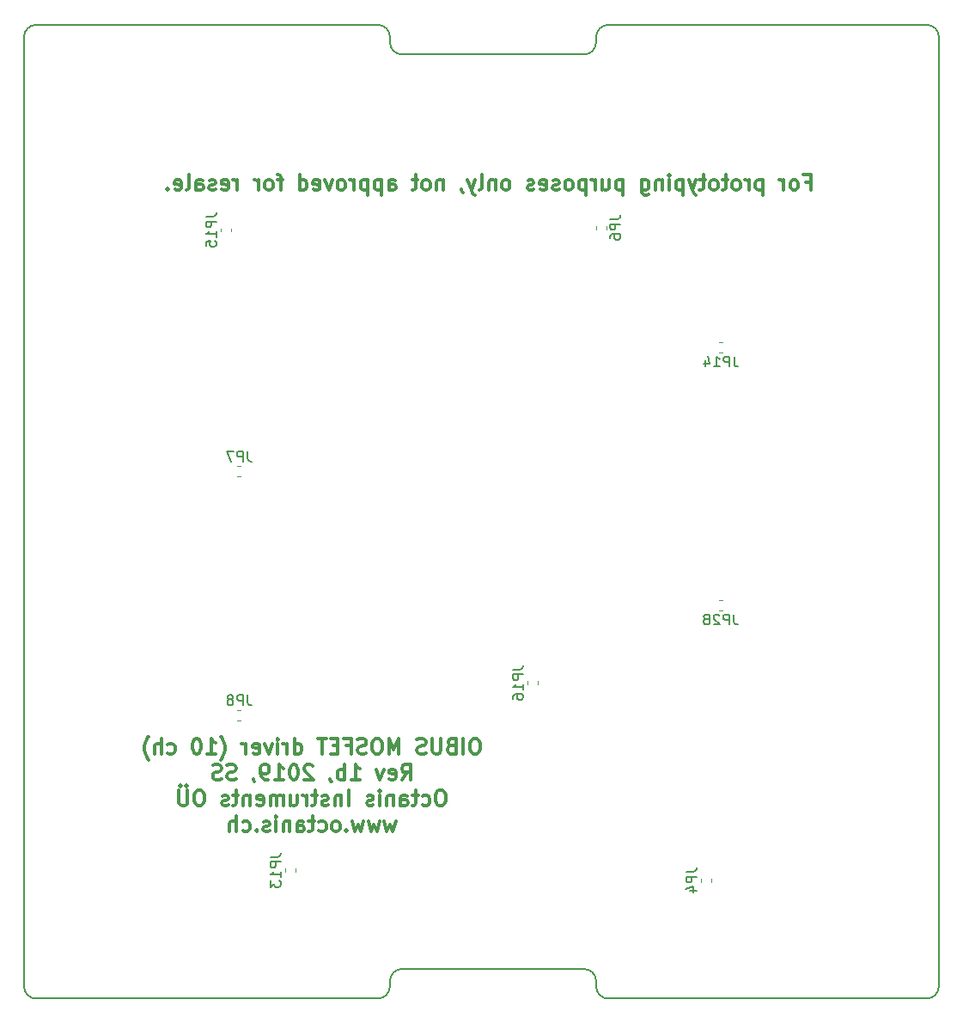
<source format=gbr>
%TF.GenerationSoftware,KiCad,Pcbnew,(5.0.1-3-g963ef8bb5)*%
%TF.CreationDate,2019-04-30T16:07:28+02:00*%
%TF.ProjectId,OIBUS_MOSFET_driver_module,4F494255535F4D4F534645545F647269,rev?*%
%TF.SameCoordinates,Original*%
%TF.FileFunction,Legend,Bot*%
%TF.FilePolarity,Positive*%
%FSLAX46Y46*%
G04 Gerber Fmt 4.6, Leading zero omitted, Abs format (unit mm)*
G04 Created by KiCad (PCBNEW (5.0.1-3-g963ef8bb5)) date 2019 April 30, Tuesday 16:07:28*
%MOMM*%
%LPD*%
G01*
G04 APERTURE LIST*
%ADD10C,0.300000*%
%ADD11C,0.200000*%
%ADD12C,0.120000*%
%ADD13C,0.150000*%
G04 APERTURE END LIST*
D10*
X125412571Y-58541457D02*
X125912571Y-58541457D01*
X125912571Y-59327171D02*
X125912571Y-57827171D01*
X125198285Y-57827171D01*
X124412571Y-59327171D02*
X124555428Y-59255742D01*
X124626857Y-59184314D01*
X124698285Y-59041457D01*
X124698285Y-58612885D01*
X124626857Y-58470028D01*
X124555428Y-58398600D01*
X124412571Y-58327171D01*
X124198285Y-58327171D01*
X124055428Y-58398600D01*
X123984000Y-58470028D01*
X123912571Y-58612885D01*
X123912571Y-59041457D01*
X123984000Y-59184314D01*
X124055428Y-59255742D01*
X124198285Y-59327171D01*
X124412571Y-59327171D01*
X123269714Y-59327171D02*
X123269714Y-58327171D01*
X123269714Y-58612885D02*
X123198285Y-58470028D01*
X123126857Y-58398600D01*
X122984000Y-58327171D01*
X122841142Y-58327171D01*
X121198285Y-58327171D02*
X121198285Y-59827171D01*
X121198285Y-58398600D02*
X121055428Y-58327171D01*
X120769714Y-58327171D01*
X120626857Y-58398600D01*
X120555428Y-58470028D01*
X120484000Y-58612885D01*
X120484000Y-59041457D01*
X120555428Y-59184314D01*
X120626857Y-59255742D01*
X120769714Y-59327171D01*
X121055428Y-59327171D01*
X121198285Y-59255742D01*
X119841142Y-59327171D02*
X119841142Y-58327171D01*
X119841142Y-58612885D02*
X119769714Y-58470028D01*
X119698285Y-58398600D01*
X119555428Y-58327171D01*
X119412571Y-58327171D01*
X118698285Y-59327171D02*
X118841142Y-59255742D01*
X118912571Y-59184314D01*
X118984000Y-59041457D01*
X118984000Y-58612885D01*
X118912571Y-58470028D01*
X118841142Y-58398600D01*
X118698285Y-58327171D01*
X118484000Y-58327171D01*
X118341142Y-58398600D01*
X118269714Y-58470028D01*
X118198285Y-58612885D01*
X118198285Y-59041457D01*
X118269714Y-59184314D01*
X118341142Y-59255742D01*
X118484000Y-59327171D01*
X118698285Y-59327171D01*
X117769714Y-58327171D02*
X117198285Y-58327171D01*
X117555428Y-57827171D02*
X117555428Y-59112885D01*
X117484000Y-59255742D01*
X117341142Y-59327171D01*
X117198285Y-59327171D01*
X116484000Y-59327171D02*
X116626857Y-59255742D01*
X116698285Y-59184314D01*
X116769714Y-59041457D01*
X116769714Y-58612885D01*
X116698285Y-58470028D01*
X116626857Y-58398600D01*
X116484000Y-58327171D01*
X116269714Y-58327171D01*
X116126857Y-58398600D01*
X116055428Y-58470028D01*
X115984000Y-58612885D01*
X115984000Y-59041457D01*
X116055428Y-59184314D01*
X116126857Y-59255742D01*
X116269714Y-59327171D01*
X116484000Y-59327171D01*
X115555428Y-58327171D02*
X114984000Y-58327171D01*
X115341142Y-57827171D02*
X115341142Y-59112885D01*
X115269714Y-59255742D01*
X115126857Y-59327171D01*
X114984000Y-59327171D01*
X114626857Y-58327171D02*
X114269714Y-59327171D01*
X113912571Y-58327171D02*
X114269714Y-59327171D01*
X114412571Y-59684314D01*
X114484000Y-59755742D01*
X114626857Y-59827171D01*
X113341142Y-58327171D02*
X113341142Y-59827171D01*
X113341142Y-58398600D02*
X113198285Y-58327171D01*
X112912571Y-58327171D01*
X112769714Y-58398600D01*
X112698285Y-58470028D01*
X112626857Y-58612885D01*
X112626857Y-59041457D01*
X112698285Y-59184314D01*
X112769714Y-59255742D01*
X112912571Y-59327171D01*
X113198285Y-59327171D01*
X113341142Y-59255742D01*
X111984000Y-59327171D02*
X111984000Y-58327171D01*
X111984000Y-57827171D02*
X112055428Y-57898600D01*
X111984000Y-57970028D01*
X111912571Y-57898600D01*
X111984000Y-57827171D01*
X111984000Y-57970028D01*
X111269714Y-58327171D02*
X111269714Y-59327171D01*
X111269714Y-58470028D02*
X111198285Y-58398600D01*
X111055428Y-58327171D01*
X110841142Y-58327171D01*
X110698285Y-58398600D01*
X110626857Y-58541457D01*
X110626857Y-59327171D01*
X109269714Y-58327171D02*
X109269714Y-59541457D01*
X109341142Y-59684314D01*
X109412571Y-59755742D01*
X109555428Y-59827171D01*
X109769714Y-59827171D01*
X109912571Y-59755742D01*
X109269714Y-59255742D02*
X109412571Y-59327171D01*
X109698285Y-59327171D01*
X109841142Y-59255742D01*
X109912571Y-59184314D01*
X109984000Y-59041457D01*
X109984000Y-58612885D01*
X109912571Y-58470028D01*
X109841142Y-58398600D01*
X109698285Y-58327171D01*
X109412571Y-58327171D01*
X109269714Y-58398600D01*
X107412571Y-58327171D02*
X107412571Y-59827171D01*
X107412571Y-58398600D02*
X107269714Y-58327171D01*
X106984000Y-58327171D01*
X106841142Y-58398600D01*
X106769714Y-58470028D01*
X106698285Y-58612885D01*
X106698285Y-59041457D01*
X106769714Y-59184314D01*
X106841142Y-59255742D01*
X106984000Y-59327171D01*
X107269714Y-59327171D01*
X107412571Y-59255742D01*
X105412571Y-58327171D02*
X105412571Y-59327171D01*
X106055428Y-58327171D02*
X106055428Y-59112885D01*
X105984000Y-59255742D01*
X105841142Y-59327171D01*
X105626857Y-59327171D01*
X105484000Y-59255742D01*
X105412571Y-59184314D01*
X104698285Y-59327171D02*
X104698285Y-58327171D01*
X104698285Y-58612885D02*
X104626857Y-58470028D01*
X104555428Y-58398600D01*
X104412571Y-58327171D01*
X104269714Y-58327171D01*
X103769714Y-58327171D02*
X103769714Y-59827171D01*
X103769714Y-58398600D02*
X103626857Y-58327171D01*
X103341142Y-58327171D01*
X103198285Y-58398600D01*
X103126857Y-58470028D01*
X103055428Y-58612885D01*
X103055428Y-59041457D01*
X103126857Y-59184314D01*
X103198285Y-59255742D01*
X103341142Y-59327171D01*
X103626857Y-59327171D01*
X103769714Y-59255742D01*
X102198285Y-59327171D02*
X102341142Y-59255742D01*
X102412571Y-59184314D01*
X102484000Y-59041457D01*
X102484000Y-58612885D01*
X102412571Y-58470028D01*
X102341142Y-58398600D01*
X102198285Y-58327171D01*
X101984000Y-58327171D01*
X101841142Y-58398600D01*
X101769714Y-58470028D01*
X101698285Y-58612885D01*
X101698285Y-59041457D01*
X101769714Y-59184314D01*
X101841142Y-59255742D01*
X101984000Y-59327171D01*
X102198285Y-59327171D01*
X101126857Y-59255742D02*
X100984000Y-59327171D01*
X100698285Y-59327171D01*
X100555428Y-59255742D01*
X100484000Y-59112885D01*
X100484000Y-59041457D01*
X100555428Y-58898600D01*
X100698285Y-58827171D01*
X100912571Y-58827171D01*
X101055428Y-58755742D01*
X101126857Y-58612885D01*
X101126857Y-58541457D01*
X101055428Y-58398600D01*
X100912571Y-58327171D01*
X100698285Y-58327171D01*
X100555428Y-58398600D01*
X99269714Y-59255742D02*
X99412571Y-59327171D01*
X99698285Y-59327171D01*
X99841142Y-59255742D01*
X99912571Y-59112885D01*
X99912571Y-58541457D01*
X99841142Y-58398600D01*
X99698285Y-58327171D01*
X99412571Y-58327171D01*
X99269714Y-58398600D01*
X99198285Y-58541457D01*
X99198285Y-58684314D01*
X99912571Y-58827171D01*
X98626857Y-59255742D02*
X98484000Y-59327171D01*
X98198285Y-59327171D01*
X98055428Y-59255742D01*
X97984000Y-59112885D01*
X97984000Y-59041457D01*
X98055428Y-58898600D01*
X98198285Y-58827171D01*
X98412571Y-58827171D01*
X98555428Y-58755742D01*
X98626857Y-58612885D01*
X98626857Y-58541457D01*
X98555428Y-58398600D01*
X98412571Y-58327171D01*
X98198285Y-58327171D01*
X98055428Y-58398600D01*
X95983999Y-59327171D02*
X96126857Y-59255742D01*
X96198285Y-59184314D01*
X96269714Y-59041457D01*
X96269714Y-58612885D01*
X96198285Y-58470028D01*
X96126857Y-58398600D01*
X95983999Y-58327171D01*
X95769714Y-58327171D01*
X95626857Y-58398600D01*
X95555428Y-58470028D01*
X95483999Y-58612885D01*
X95483999Y-59041457D01*
X95555428Y-59184314D01*
X95626857Y-59255742D01*
X95769714Y-59327171D01*
X95983999Y-59327171D01*
X94841142Y-58327171D02*
X94841142Y-59327171D01*
X94841142Y-58470028D02*
X94769714Y-58398600D01*
X94626857Y-58327171D01*
X94412571Y-58327171D01*
X94269714Y-58398600D01*
X94198285Y-58541457D01*
X94198285Y-59327171D01*
X93269714Y-59327171D02*
X93412571Y-59255742D01*
X93483999Y-59112885D01*
X93483999Y-57827171D01*
X92841142Y-58327171D02*
X92483999Y-59327171D01*
X92126857Y-58327171D02*
X92483999Y-59327171D01*
X92626857Y-59684314D01*
X92698285Y-59755742D01*
X92841142Y-59827171D01*
X91483999Y-59255742D02*
X91483999Y-59327171D01*
X91555428Y-59470028D01*
X91626857Y-59541457D01*
X89698285Y-58327171D02*
X89698285Y-59327171D01*
X89698285Y-58470028D02*
X89626857Y-58398600D01*
X89483999Y-58327171D01*
X89269714Y-58327171D01*
X89126857Y-58398600D01*
X89055428Y-58541457D01*
X89055428Y-59327171D01*
X88126857Y-59327171D02*
X88269714Y-59255742D01*
X88341142Y-59184314D01*
X88412571Y-59041457D01*
X88412571Y-58612885D01*
X88341142Y-58470028D01*
X88269714Y-58398600D01*
X88126857Y-58327171D01*
X87912571Y-58327171D01*
X87769714Y-58398600D01*
X87698285Y-58470028D01*
X87626857Y-58612885D01*
X87626857Y-59041457D01*
X87698285Y-59184314D01*
X87769714Y-59255742D01*
X87912571Y-59327171D01*
X88126857Y-59327171D01*
X87198285Y-58327171D02*
X86626857Y-58327171D01*
X86983999Y-57827171D02*
X86983999Y-59112885D01*
X86912571Y-59255742D01*
X86769714Y-59327171D01*
X86626857Y-59327171D01*
X84341142Y-59327171D02*
X84341142Y-58541457D01*
X84412571Y-58398600D01*
X84555428Y-58327171D01*
X84841142Y-58327171D01*
X84983999Y-58398600D01*
X84341142Y-59255742D02*
X84483999Y-59327171D01*
X84841142Y-59327171D01*
X84983999Y-59255742D01*
X85055428Y-59112885D01*
X85055428Y-58970028D01*
X84983999Y-58827171D01*
X84841142Y-58755742D01*
X84483999Y-58755742D01*
X84341142Y-58684314D01*
X83626857Y-58327171D02*
X83626857Y-59827171D01*
X83626857Y-58398600D02*
X83483999Y-58327171D01*
X83198285Y-58327171D01*
X83055428Y-58398600D01*
X82983999Y-58470028D01*
X82912571Y-58612885D01*
X82912571Y-59041457D01*
X82983999Y-59184314D01*
X83055428Y-59255742D01*
X83198285Y-59327171D01*
X83483999Y-59327171D01*
X83626857Y-59255742D01*
X82269714Y-58327171D02*
X82269714Y-59827171D01*
X82269714Y-58398600D02*
X82126857Y-58327171D01*
X81841142Y-58327171D01*
X81698285Y-58398600D01*
X81626857Y-58470028D01*
X81555428Y-58612885D01*
X81555428Y-59041457D01*
X81626857Y-59184314D01*
X81698285Y-59255742D01*
X81841142Y-59327171D01*
X82126857Y-59327171D01*
X82269714Y-59255742D01*
X80912571Y-59327171D02*
X80912571Y-58327171D01*
X80912571Y-58612885D02*
X80841142Y-58470028D01*
X80769714Y-58398600D01*
X80626857Y-58327171D01*
X80483999Y-58327171D01*
X79769714Y-59327171D02*
X79912571Y-59255742D01*
X79983999Y-59184314D01*
X80055428Y-59041457D01*
X80055428Y-58612885D01*
X79983999Y-58470028D01*
X79912571Y-58398600D01*
X79769714Y-58327171D01*
X79555428Y-58327171D01*
X79412571Y-58398600D01*
X79341142Y-58470028D01*
X79269714Y-58612885D01*
X79269714Y-59041457D01*
X79341142Y-59184314D01*
X79412571Y-59255742D01*
X79555428Y-59327171D01*
X79769714Y-59327171D01*
X78769714Y-58327171D02*
X78412571Y-59327171D01*
X78055428Y-58327171D01*
X76912571Y-59255742D02*
X77055428Y-59327171D01*
X77341142Y-59327171D01*
X77483999Y-59255742D01*
X77555428Y-59112885D01*
X77555428Y-58541457D01*
X77483999Y-58398600D01*
X77341142Y-58327171D01*
X77055428Y-58327171D01*
X76912571Y-58398600D01*
X76841142Y-58541457D01*
X76841142Y-58684314D01*
X77555428Y-58827171D01*
X75555428Y-59327171D02*
X75555428Y-57827171D01*
X75555428Y-59255742D02*
X75698285Y-59327171D01*
X75983999Y-59327171D01*
X76126857Y-59255742D01*
X76198285Y-59184314D01*
X76269714Y-59041457D01*
X76269714Y-58612885D01*
X76198285Y-58470028D01*
X76126857Y-58398600D01*
X75983999Y-58327171D01*
X75698285Y-58327171D01*
X75555428Y-58398600D01*
X73912571Y-58327171D02*
X73341142Y-58327171D01*
X73698285Y-59327171D02*
X73698285Y-58041457D01*
X73626857Y-57898600D01*
X73483999Y-57827171D01*
X73341142Y-57827171D01*
X72626857Y-59327171D02*
X72769714Y-59255742D01*
X72841142Y-59184314D01*
X72912571Y-59041457D01*
X72912571Y-58612885D01*
X72841142Y-58470028D01*
X72769714Y-58398600D01*
X72626857Y-58327171D01*
X72412571Y-58327171D01*
X72269714Y-58398600D01*
X72198285Y-58470028D01*
X72126857Y-58612885D01*
X72126857Y-59041457D01*
X72198285Y-59184314D01*
X72269714Y-59255742D01*
X72412571Y-59327171D01*
X72626857Y-59327171D01*
X71483999Y-59327171D02*
X71483999Y-58327171D01*
X71483999Y-58612885D02*
X71412571Y-58470028D01*
X71341142Y-58398600D01*
X71198285Y-58327171D01*
X71055428Y-58327171D01*
X69412571Y-59327171D02*
X69412571Y-58327171D01*
X69412571Y-58612885D02*
X69341142Y-58470028D01*
X69269714Y-58398600D01*
X69126857Y-58327171D01*
X68983999Y-58327171D01*
X67912571Y-59255742D02*
X68055428Y-59327171D01*
X68341142Y-59327171D01*
X68483999Y-59255742D01*
X68555428Y-59112885D01*
X68555428Y-58541457D01*
X68483999Y-58398600D01*
X68341142Y-58327171D01*
X68055428Y-58327171D01*
X67912571Y-58398600D01*
X67841142Y-58541457D01*
X67841142Y-58684314D01*
X68555428Y-58827171D01*
X67269714Y-59255742D02*
X67126857Y-59327171D01*
X66841142Y-59327171D01*
X66698285Y-59255742D01*
X66626857Y-59112885D01*
X66626857Y-59041457D01*
X66698285Y-58898600D01*
X66841142Y-58827171D01*
X67055428Y-58827171D01*
X67198285Y-58755742D01*
X67269714Y-58612885D01*
X67269714Y-58541457D01*
X67198285Y-58398600D01*
X67055428Y-58327171D01*
X66841142Y-58327171D01*
X66698285Y-58398600D01*
X65341142Y-59327171D02*
X65341142Y-58541457D01*
X65412571Y-58398600D01*
X65555428Y-58327171D01*
X65841142Y-58327171D01*
X65983999Y-58398600D01*
X65341142Y-59255742D02*
X65483999Y-59327171D01*
X65841142Y-59327171D01*
X65983999Y-59255742D01*
X66055428Y-59112885D01*
X66055428Y-58970028D01*
X65983999Y-58827171D01*
X65841142Y-58755742D01*
X65483999Y-58755742D01*
X65341142Y-58684314D01*
X64412571Y-59327171D02*
X64555428Y-59255742D01*
X64626857Y-59112885D01*
X64626857Y-57827171D01*
X63269714Y-59255742D02*
X63412571Y-59327171D01*
X63698285Y-59327171D01*
X63841142Y-59255742D01*
X63912571Y-59112885D01*
X63912571Y-58541457D01*
X63841142Y-58398600D01*
X63698285Y-58327171D01*
X63412571Y-58327171D01*
X63269714Y-58398600D01*
X63198285Y-58541457D01*
X63198285Y-58684314D01*
X63912571Y-58827171D01*
X62555428Y-59184314D02*
X62483999Y-59255742D01*
X62555428Y-59327171D01*
X62626857Y-59255742D01*
X62555428Y-59184314D01*
X62555428Y-59327171D01*
X92985785Y-113336571D02*
X92700071Y-113336571D01*
X92557214Y-113408000D01*
X92414357Y-113550857D01*
X92342928Y-113836571D01*
X92342928Y-114336571D01*
X92414357Y-114622285D01*
X92557214Y-114765142D01*
X92700071Y-114836571D01*
X92985785Y-114836571D01*
X93128642Y-114765142D01*
X93271500Y-114622285D01*
X93342928Y-114336571D01*
X93342928Y-113836571D01*
X93271500Y-113550857D01*
X93128642Y-113408000D01*
X92985785Y-113336571D01*
X91700071Y-114836571D02*
X91700071Y-113336571D01*
X90485785Y-114050857D02*
X90271500Y-114122285D01*
X90200071Y-114193714D01*
X90128642Y-114336571D01*
X90128642Y-114550857D01*
X90200071Y-114693714D01*
X90271500Y-114765142D01*
X90414357Y-114836571D01*
X90985785Y-114836571D01*
X90985785Y-113336571D01*
X90485785Y-113336571D01*
X90342928Y-113408000D01*
X90271500Y-113479428D01*
X90200071Y-113622285D01*
X90200071Y-113765142D01*
X90271500Y-113908000D01*
X90342928Y-113979428D01*
X90485785Y-114050857D01*
X90985785Y-114050857D01*
X89485785Y-113336571D02*
X89485785Y-114550857D01*
X89414357Y-114693714D01*
X89342928Y-114765142D01*
X89200071Y-114836571D01*
X88914357Y-114836571D01*
X88771500Y-114765142D01*
X88700071Y-114693714D01*
X88628642Y-114550857D01*
X88628642Y-113336571D01*
X87985785Y-114765142D02*
X87771500Y-114836571D01*
X87414357Y-114836571D01*
X87271500Y-114765142D01*
X87200071Y-114693714D01*
X87128642Y-114550857D01*
X87128642Y-114408000D01*
X87200071Y-114265142D01*
X87271500Y-114193714D01*
X87414357Y-114122285D01*
X87700071Y-114050857D01*
X87842928Y-113979428D01*
X87914357Y-113908000D01*
X87985785Y-113765142D01*
X87985785Y-113622285D01*
X87914357Y-113479428D01*
X87842928Y-113408000D01*
X87700071Y-113336571D01*
X87342928Y-113336571D01*
X87128642Y-113408000D01*
X85342928Y-114836571D02*
X85342928Y-113336571D01*
X84842928Y-114408000D01*
X84342928Y-113336571D01*
X84342928Y-114836571D01*
X83342928Y-113336571D02*
X83057214Y-113336571D01*
X82914357Y-113408000D01*
X82771500Y-113550857D01*
X82700071Y-113836571D01*
X82700071Y-114336571D01*
X82771500Y-114622285D01*
X82914357Y-114765142D01*
X83057214Y-114836571D01*
X83342928Y-114836571D01*
X83485785Y-114765142D01*
X83628642Y-114622285D01*
X83700071Y-114336571D01*
X83700071Y-113836571D01*
X83628642Y-113550857D01*
X83485785Y-113408000D01*
X83342928Y-113336571D01*
X82128642Y-114765142D02*
X81914357Y-114836571D01*
X81557214Y-114836571D01*
X81414357Y-114765142D01*
X81342928Y-114693714D01*
X81271500Y-114550857D01*
X81271500Y-114408000D01*
X81342928Y-114265142D01*
X81414357Y-114193714D01*
X81557214Y-114122285D01*
X81842928Y-114050857D01*
X81985785Y-113979428D01*
X82057214Y-113908000D01*
X82128642Y-113765142D01*
X82128642Y-113622285D01*
X82057214Y-113479428D01*
X81985785Y-113408000D01*
X81842928Y-113336571D01*
X81485785Y-113336571D01*
X81271500Y-113408000D01*
X80128642Y-114050857D02*
X80628642Y-114050857D01*
X80628642Y-114836571D02*
X80628642Y-113336571D01*
X79914357Y-113336571D01*
X79342928Y-114050857D02*
X78842928Y-114050857D01*
X78628642Y-114836571D02*
X79342928Y-114836571D01*
X79342928Y-113336571D01*
X78628642Y-113336571D01*
X78200071Y-113336571D02*
X77342928Y-113336571D01*
X77771500Y-114836571D02*
X77771500Y-113336571D01*
X75057214Y-114836571D02*
X75057214Y-113336571D01*
X75057214Y-114765142D02*
X75200071Y-114836571D01*
X75485785Y-114836571D01*
X75628642Y-114765142D01*
X75700071Y-114693714D01*
X75771500Y-114550857D01*
X75771500Y-114122285D01*
X75700071Y-113979428D01*
X75628642Y-113908000D01*
X75485785Y-113836571D01*
X75200071Y-113836571D01*
X75057214Y-113908000D01*
X74342928Y-114836571D02*
X74342928Y-113836571D01*
X74342928Y-114122285D02*
X74271500Y-113979428D01*
X74200071Y-113908000D01*
X74057214Y-113836571D01*
X73914357Y-113836571D01*
X73414357Y-114836571D02*
X73414357Y-113836571D01*
X73414357Y-113336571D02*
X73485785Y-113408000D01*
X73414357Y-113479428D01*
X73342928Y-113408000D01*
X73414357Y-113336571D01*
X73414357Y-113479428D01*
X72842928Y-113836571D02*
X72485785Y-114836571D01*
X72128642Y-113836571D01*
X70985785Y-114765142D02*
X71128642Y-114836571D01*
X71414357Y-114836571D01*
X71557214Y-114765142D01*
X71628642Y-114622285D01*
X71628642Y-114050857D01*
X71557214Y-113908000D01*
X71414357Y-113836571D01*
X71128642Y-113836571D01*
X70985785Y-113908000D01*
X70914357Y-114050857D01*
X70914357Y-114193714D01*
X71628642Y-114336571D01*
X70271500Y-114836571D02*
X70271500Y-113836571D01*
X70271500Y-114122285D02*
X70200071Y-113979428D01*
X70128642Y-113908000D01*
X69985785Y-113836571D01*
X69842928Y-113836571D01*
X67771500Y-115408000D02*
X67842928Y-115336571D01*
X67985785Y-115122285D01*
X68057214Y-114979428D01*
X68128642Y-114765142D01*
X68200071Y-114408000D01*
X68200071Y-114122285D01*
X68128642Y-113765142D01*
X68057214Y-113550857D01*
X67985785Y-113408000D01*
X67842928Y-113193714D01*
X67771500Y-113122285D01*
X66414357Y-114836571D02*
X67271500Y-114836571D01*
X66842928Y-114836571D02*
X66842928Y-113336571D01*
X66985785Y-113550857D01*
X67128642Y-113693714D01*
X67271500Y-113765142D01*
X65485785Y-113336571D02*
X65342928Y-113336571D01*
X65200071Y-113408000D01*
X65128642Y-113479428D01*
X65057214Y-113622285D01*
X64985785Y-113908000D01*
X64985785Y-114265142D01*
X65057214Y-114550857D01*
X65128642Y-114693714D01*
X65200071Y-114765142D01*
X65342928Y-114836571D01*
X65485785Y-114836571D01*
X65628642Y-114765142D01*
X65700071Y-114693714D01*
X65771500Y-114550857D01*
X65842928Y-114265142D01*
X65842928Y-113908000D01*
X65771500Y-113622285D01*
X65700071Y-113479428D01*
X65628642Y-113408000D01*
X65485785Y-113336571D01*
X62557214Y-114765142D02*
X62700071Y-114836571D01*
X62985785Y-114836571D01*
X63128642Y-114765142D01*
X63200071Y-114693714D01*
X63271500Y-114550857D01*
X63271500Y-114122285D01*
X63200071Y-113979428D01*
X63128642Y-113908000D01*
X62985785Y-113836571D01*
X62700071Y-113836571D01*
X62557214Y-113908000D01*
X61914357Y-114836571D02*
X61914357Y-113336571D01*
X61271500Y-114836571D02*
X61271500Y-114050857D01*
X61342928Y-113908000D01*
X61485785Y-113836571D01*
X61700071Y-113836571D01*
X61842928Y-113908000D01*
X61914357Y-113979428D01*
X60700071Y-115408000D02*
X60628642Y-115336571D01*
X60485785Y-115122285D01*
X60414357Y-114979428D01*
X60342928Y-114765142D01*
X60271500Y-114408000D01*
X60271500Y-114122285D01*
X60342928Y-113765142D01*
X60414357Y-113550857D01*
X60485785Y-113408000D01*
X60628642Y-113193714D01*
X60700071Y-113122285D01*
X85628642Y-117386571D02*
X86128642Y-116672285D01*
X86485785Y-117386571D02*
X86485785Y-115886571D01*
X85914357Y-115886571D01*
X85771500Y-115958000D01*
X85700071Y-116029428D01*
X85628642Y-116172285D01*
X85628642Y-116386571D01*
X85700071Y-116529428D01*
X85771500Y-116600857D01*
X85914357Y-116672285D01*
X86485785Y-116672285D01*
X84414357Y-117315142D02*
X84557214Y-117386571D01*
X84842928Y-117386571D01*
X84985785Y-117315142D01*
X85057214Y-117172285D01*
X85057214Y-116600857D01*
X84985785Y-116458000D01*
X84842928Y-116386571D01*
X84557214Y-116386571D01*
X84414357Y-116458000D01*
X84342928Y-116600857D01*
X84342928Y-116743714D01*
X85057214Y-116886571D01*
X83842928Y-116386571D02*
X83485785Y-117386571D01*
X83128642Y-116386571D01*
X80628642Y-117386571D02*
X81485785Y-117386571D01*
X81057214Y-117386571D02*
X81057214Y-115886571D01*
X81200071Y-116100857D01*
X81342928Y-116243714D01*
X81485785Y-116315142D01*
X79985785Y-117386571D02*
X79985785Y-115886571D01*
X79985785Y-116458000D02*
X79842928Y-116386571D01*
X79557214Y-116386571D01*
X79414357Y-116458000D01*
X79342928Y-116529428D01*
X79271500Y-116672285D01*
X79271500Y-117100857D01*
X79342928Y-117243714D01*
X79414357Y-117315142D01*
X79557214Y-117386571D01*
X79842928Y-117386571D01*
X79985785Y-117315142D01*
X78557214Y-117315142D02*
X78557214Y-117386571D01*
X78628642Y-117529428D01*
X78700071Y-117600857D01*
X76842928Y-116029428D02*
X76771500Y-115958000D01*
X76628642Y-115886571D01*
X76271500Y-115886571D01*
X76128642Y-115958000D01*
X76057214Y-116029428D01*
X75985785Y-116172285D01*
X75985785Y-116315142D01*
X76057214Y-116529428D01*
X76914357Y-117386571D01*
X75985785Y-117386571D01*
X75057214Y-115886571D02*
X74914357Y-115886571D01*
X74771500Y-115958000D01*
X74700071Y-116029428D01*
X74628642Y-116172285D01*
X74557214Y-116458000D01*
X74557214Y-116815142D01*
X74628642Y-117100857D01*
X74700071Y-117243714D01*
X74771500Y-117315142D01*
X74914357Y-117386571D01*
X75057214Y-117386571D01*
X75200071Y-117315142D01*
X75271500Y-117243714D01*
X75342928Y-117100857D01*
X75414357Y-116815142D01*
X75414357Y-116458000D01*
X75342928Y-116172285D01*
X75271500Y-116029428D01*
X75200071Y-115958000D01*
X75057214Y-115886571D01*
X73128642Y-117386571D02*
X73985785Y-117386571D01*
X73557214Y-117386571D02*
X73557214Y-115886571D01*
X73700071Y-116100857D01*
X73842928Y-116243714D01*
X73985785Y-116315142D01*
X72414357Y-117386571D02*
X72128642Y-117386571D01*
X71985785Y-117315142D01*
X71914357Y-117243714D01*
X71771500Y-117029428D01*
X71700071Y-116743714D01*
X71700071Y-116172285D01*
X71771500Y-116029428D01*
X71842928Y-115958000D01*
X71985785Y-115886571D01*
X72271500Y-115886571D01*
X72414357Y-115958000D01*
X72485785Y-116029428D01*
X72557214Y-116172285D01*
X72557214Y-116529428D01*
X72485785Y-116672285D01*
X72414357Y-116743714D01*
X72271500Y-116815142D01*
X71985785Y-116815142D01*
X71842928Y-116743714D01*
X71771500Y-116672285D01*
X71700071Y-116529428D01*
X70985785Y-117315142D02*
X70985785Y-117386571D01*
X71057214Y-117529428D01*
X71128642Y-117600857D01*
X69271500Y-117315142D02*
X69057214Y-117386571D01*
X68700071Y-117386571D01*
X68557214Y-117315142D01*
X68485785Y-117243714D01*
X68414357Y-117100857D01*
X68414357Y-116958000D01*
X68485785Y-116815142D01*
X68557214Y-116743714D01*
X68700071Y-116672285D01*
X68985785Y-116600857D01*
X69128642Y-116529428D01*
X69200071Y-116458000D01*
X69271500Y-116315142D01*
X69271500Y-116172285D01*
X69200071Y-116029428D01*
X69128642Y-115958000D01*
X68985785Y-115886571D01*
X68628642Y-115886571D01*
X68414357Y-115958000D01*
X67842928Y-117315142D02*
X67628642Y-117386571D01*
X67271500Y-117386571D01*
X67128642Y-117315142D01*
X67057214Y-117243714D01*
X66985785Y-117100857D01*
X66985785Y-116958000D01*
X67057214Y-116815142D01*
X67128642Y-116743714D01*
X67271500Y-116672285D01*
X67557214Y-116600857D01*
X67700071Y-116529428D01*
X67771500Y-116458000D01*
X67842928Y-116315142D01*
X67842928Y-116172285D01*
X67771500Y-116029428D01*
X67700071Y-115958000D01*
X67557214Y-115886571D01*
X67200071Y-115886571D01*
X66985785Y-115958000D01*
X89592928Y-118436571D02*
X89307214Y-118436571D01*
X89164357Y-118508000D01*
X89021500Y-118650857D01*
X88950071Y-118936571D01*
X88950071Y-119436571D01*
X89021500Y-119722285D01*
X89164357Y-119865142D01*
X89307214Y-119936571D01*
X89592928Y-119936571D01*
X89735785Y-119865142D01*
X89878642Y-119722285D01*
X89950071Y-119436571D01*
X89950071Y-118936571D01*
X89878642Y-118650857D01*
X89735785Y-118508000D01*
X89592928Y-118436571D01*
X87664357Y-119865142D02*
X87807214Y-119936571D01*
X88092928Y-119936571D01*
X88235785Y-119865142D01*
X88307214Y-119793714D01*
X88378642Y-119650857D01*
X88378642Y-119222285D01*
X88307214Y-119079428D01*
X88235785Y-119008000D01*
X88092928Y-118936571D01*
X87807214Y-118936571D01*
X87664357Y-119008000D01*
X87235785Y-118936571D02*
X86664357Y-118936571D01*
X87021500Y-118436571D02*
X87021500Y-119722285D01*
X86950071Y-119865142D01*
X86807214Y-119936571D01*
X86664357Y-119936571D01*
X85521500Y-119936571D02*
X85521500Y-119150857D01*
X85592928Y-119008000D01*
X85735785Y-118936571D01*
X86021500Y-118936571D01*
X86164357Y-119008000D01*
X85521500Y-119865142D02*
X85664357Y-119936571D01*
X86021500Y-119936571D01*
X86164357Y-119865142D01*
X86235785Y-119722285D01*
X86235785Y-119579428D01*
X86164357Y-119436571D01*
X86021500Y-119365142D01*
X85664357Y-119365142D01*
X85521500Y-119293714D01*
X84807214Y-118936571D02*
X84807214Y-119936571D01*
X84807214Y-119079428D02*
X84735785Y-119008000D01*
X84592928Y-118936571D01*
X84378642Y-118936571D01*
X84235785Y-119008000D01*
X84164357Y-119150857D01*
X84164357Y-119936571D01*
X83450071Y-119936571D02*
X83450071Y-118936571D01*
X83450071Y-118436571D02*
X83521500Y-118508000D01*
X83450071Y-118579428D01*
X83378642Y-118508000D01*
X83450071Y-118436571D01*
X83450071Y-118579428D01*
X82807214Y-119865142D02*
X82664357Y-119936571D01*
X82378642Y-119936571D01*
X82235785Y-119865142D01*
X82164357Y-119722285D01*
X82164357Y-119650857D01*
X82235785Y-119508000D01*
X82378642Y-119436571D01*
X82592928Y-119436571D01*
X82735785Y-119365142D01*
X82807214Y-119222285D01*
X82807214Y-119150857D01*
X82735785Y-119008000D01*
X82592928Y-118936571D01*
X82378642Y-118936571D01*
X82235785Y-119008000D01*
X80378642Y-119936571D02*
X80378642Y-118436571D01*
X79664357Y-118936571D02*
X79664357Y-119936571D01*
X79664357Y-119079428D02*
X79592928Y-119008000D01*
X79450071Y-118936571D01*
X79235785Y-118936571D01*
X79092928Y-119008000D01*
X79021500Y-119150857D01*
X79021500Y-119936571D01*
X78378642Y-119865142D02*
X78235785Y-119936571D01*
X77950071Y-119936571D01*
X77807214Y-119865142D01*
X77735785Y-119722285D01*
X77735785Y-119650857D01*
X77807214Y-119508000D01*
X77950071Y-119436571D01*
X78164357Y-119436571D01*
X78307214Y-119365142D01*
X78378642Y-119222285D01*
X78378642Y-119150857D01*
X78307214Y-119008000D01*
X78164357Y-118936571D01*
X77950071Y-118936571D01*
X77807214Y-119008000D01*
X77307214Y-118936571D02*
X76735785Y-118936571D01*
X77092928Y-118436571D02*
X77092928Y-119722285D01*
X77021500Y-119865142D01*
X76878642Y-119936571D01*
X76735785Y-119936571D01*
X76235785Y-119936571D02*
X76235785Y-118936571D01*
X76235785Y-119222285D02*
X76164357Y-119079428D01*
X76092928Y-119008000D01*
X75950071Y-118936571D01*
X75807214Y-118936571D01*
X74664357Y-118936571D02*
X74664357Y-119936571D01*
X75307214Y-118936571D02*
X75307214Y-119722285D01*
X75235785Y-119865142D01*
X75092928Y-119936571D01*
X74878642Y-119936571D01*
X74735785Y-119865142D01*
X74664357Y-119793714D01*
X73950071Y-119936571D02*
X73950071Y-118936571D01*
X73950071Y-119079428D02*
X73878642Y-119008000D01*
X73735785Y-118936571D01*
X73521500Y-118936571D01*
X73378642Y-119008000D01*
X73307214Y-119150857D01*
X73307214Y-119936571D01*
X73307214Y-119150857D02*
X73235785Y-119008000D01*
X73092928Y-118936571D01*
X72878642Y-118936571D01*
X72735785Y-119008000D01*
X72664357Y-119150857D01*
X72664357Y-119936571D01*
X71378642Y-119865142D02*
X71521500Y-119936571D01*
X71807214Y-119936571D01*
X71950071Y-119865142D01*
X72021500Y-119722285D01*
X72021500Y-119150857D01*
X71950071Y-119008000D01*
X71807214Y-118936571D01*
X71521500Y-118936571D01*
X71378642Y-119008000D01*
X71307214Y-119150857D01*
X71307214Y-119293714D01*
X72021500Y-119436571D01*
X70664357Y-118936571D02*
X70664357Y-119936571D01*
X70664357Y-119079428D02*
X70592928Y-119008000D01*
X70450071Y-118936571D01*
X70235785Y-118936571D01*
X70092928Y-119008000D01*
X70021500Y-119150857D01*
X70021500Y-119936571D01*
X69521500Y-118936571D02*
X68950071Y-118936571D01*
X69307214Y-118436571D02*
X69307214Y-119722285D01*
X69235785Y-119865142D01*
X69092928Y-119936571D01*
X68950071Y-119936571D01*
X68521500Y-119865142D02*
X68378642Y-119936571D01*
X68092928Y-119936571D01*
X67950071Y-119865142D01*
X67878642Y-119722285D01*
X67878642Y-119650857D01*
X67950071Y-119508000D01*
X68092928Y-119436571D01*
X68307214Y-119436571D01*
X68450071Y-119365142D01*
X68521500Y-119222285D01*
X68521500Y-119150857D01*
X68450071Y-119008000D01*
X68307214Y-118936571D01*
X68092928Y-118936571D01*
X67950071Y-119008000D01*
X65807214Y-118436571D02*
X65521500Y-118436571D01*
X65378642Y-118508000D01*
X65235785Y-118650857D01*
X65164357Y-118936571D01*
X65164357Y-119436571D01*
X65235785Y-119722285D01*
X65378642Y-119865142D01*
X65521500Y-119936571D01*
X65807214Y-119936571D01*
X65950071Y-119865142D01*
X66092928Y-119722285D01*
X66164357Y-119436571D01*
X66164357Y-118936571D01*
X66092928Y-118650857D01*
X65950071Y-118508000D01*
X65807214Y-118436571D01*
X64521500Y-118436571D02*
X64521500Y-119650857D01*
X64450071Y-119793714D01*
X64378642Y-119865142D01*
X64235785Y-119936571D01*
X63950071Y-119936571D01*
X63807214Y-119865142D01*
X63735785Y-119793714D01*
X63664357Y-119650857D01*
X63664357Y-118436571D01*
X64378642Y-117936571D02*
X64307214Y-118008000D01*
X64378642Y-118079428D01*
X64450071Y-118008000D01*
X64378642Y-117936571D01*
X64378642Y-118079428D01*
X63807214Y-117936571D02*
X63735785Y-118008000D01*
X63807214Y-118079428D01*
X63878642Y-118008000D01*
X63807214Y-117936571D01*
X63807214Y-118079428D01*
X85021500Y-121486571D02*
X84735785Y-122486571D01*
X84450071Y-121772285D01*
X84164357Y-122486571D01*
X83878642Y-121486571D01*
X83450071Y-121486571D02*
X83164357Y-122486571D01*
X82878642Y-121772285D01*
X82592928Y-122486571D01*
X82307214Y-121486571D01*
X81878642Y-121486571D02*
X81592928Y-122486571D01*
X81307214Y-121772285D01*
X81021500Y-122486571D01*
X80735785Y-121486571D01*
X80164357Y-122343714D02*
X80092928Y-122415142D01*
X80164357Y-122486571D01*
X80235785Y-122415142D01*
X80164357Y-122343714D01*
X80164357Y-122486571D01*
X79235785Y-122486571D02*
X79378642Y-122415142D01*
X79450071Y-122343714D01*
X79521500Y-122200857D01*
X79521500Y-121772285D01*
X79450071Y-121629428D01*
X79378642Y-121558000D01*
X79235785Y-121486571D01*
X79021500Y-121486571D01*
X78878642Y-121558000D01*
X78807214Y-121629428D01*
X78735785Y-121772285D01*
X78735785Y-122200857D01*
X78807214Y-122343714D01*
X78878642Y-122415142D01*
X79021500Y-122486571D01*
X79235785Y-122486571D01*
X77450071Y-122415142D02*
X77592928Y-122486571D01*
X77878642Y-122486571D01*
X78021500Y-122415142D01*
X78092928Y-122343714D01*
X78164357Y-122200857D01*
X78164357Y-121772285D01*
X78092928Y-121629428D01*
X78021500Y-121558000D01*
X77878642Y-121486571D01*
X77592928Y-121486571D01*
X77450071Y-121558000D01*
X77021500Y-121486571D02*
X76450071Y-121486571D01*
X76807214Y-120986571D02*
X76807214Y-122272285D01*
X76735785Y-122415142D01*
X76592928Y-122486571D01*
X76450071Y-122486571D01*
X75307214Y-122486571D02*
X75307214Y-121700857D01*
X75378642Y-121558000D01*
X75521500Y-121486571D01*
X75807214Y-121486571D01*
X75950071Y-121558000D01*
X75307214Y-122415142D02*
X75450071Y-122486571D01*
X75807214Y-122486571D01*
X75950071Y-122415142D01*
X76021500Y-122272285D01*
X76021500Y-122129428D01*
X75950071Y-121986571D01*
X75807214Y-121915142D01*
X75450071Y-121915142D01*
X75307214Y-121843714D01*
X74592928Y-121486571D02*
X74592928Y-122486571D01*
X74592928Y-121629428D02*
X74521500Y-121558000D01*
X74378642Y-121486571D01*
X74164357Y-121486571D01*
X74021500Y-121558000D01*
X73950071Y-121700857D01*
X73950071Y-122486571D01*
X73235785Y-122486571D02*
X73235785Y-121486571D01*
X73235785Y-120986571D02*
X73307214Y-121058000D01*
X73235785Y-121129428D01*
X73164357Y-121058000D01*
X73235785Y-120986571D01*
X73235785Y-121129428D01*
X72592928Y-122415142D02*
X72450071Y-122486571D01*
X72164357Y-122486571D01*
X72021500Y-122415142D01*
X71950071Y-122272285D01*
X71950071Y-122200857D01*
X72021500Y-122058000D01*
X72164357Y-121986571D01*
X72378642Y-121986571D01*
X72521500Y-121915142D01*
X72592928Y-121772285D01*
X72592928Y-121700857D01*
X72521500Y-121558000D01*
X72378642Y-121486571D01*
X72164357Y-121486571D01*
X72021500Y-121558000D01*
X71307214Y-122343714D02*
X71235785Y-122415142D01*
X71307214Y-122486571D01*
X71378642Y-122415142D01*
X71307214Y-122343714D01*
X71307214Y-122486571D01*
X69950071Y-122415142D02*
X70092928Y-122486571D01*
X70378642Y-122486571D01*
X70521500Y-122415142D01*
X70592928Y-122343714D01*
X70664357Y-122200857D01*
X70664357Y-121772285D01*
X70592928Y-121629428D01*
X70521500Y-121558000D01*
X70378642Y-121486571D01*
X70092928Y-121486571D01*
X69950071Y-121558000D01*
X69307214Y-122486571D02*
X69307214Y-120986571D01*
X68664357Y-122486571D02*
X68664357Y-121700857D01*
X68735785Y-121558000D01*
X68878642Y-121486571D01*
X69092928Y-121486571D01*
X69235785Y-121558000D01*
X69307214Y-121629428D01*
D11*
X138557000Y-44248000D02*
X138557000Y-137737999D01*
X138557000Y-137737999D02*
G75*
G02X137357000Y-138937999I-1200000J0D01*
G01*
X48387000Y-137738000D02*
X48387000Y-79629000D01*
X49587000Y-138938000D02*
G75*
G02X48387000Y-137738000I0J1200000D01*
G01*
X83257000Y-138937999D02*
X49587000Y-138938000D01*
X84457000Y-137737999D02*
G75*
G02X83257000Y-138937999I-1200000J0D01*
G01*
X84457000Y-137217999D02*
X84457000Y-137737999D01*
X84457000Y-137217999D02*
G75*
G02X85657000Y-136017999I1200000J0D01*
G01*
X103577000Y-136017999D02*
X85657000Y-136017999D01*
X105977000Y-138937999D02*
G75*
G02X104777000Y-137737999I0J1200000D01*
G01*
X137357000Y-138937999D02*
X105977000Y-138937999D01*
X103577000Y-136017999D02*
G75*
G02X104777000Y-137217999I0J-1200000D01*
G01*
X104777000Y-137737999D02*
X104777000Y-137217999D01*
X137357000Y-43048000D02*
G75*
G02X138557000Y-44248000I0J-1200000D01*
G01*
X105977000Y-43048000D02*
X137357000Y-43048000D01*
X104777000Y-44248000D02*
G75*
G02X105977000Y-43048000I1200000J0D01*
G01*
X104777000Y-44768035D02*
X104777000Y-44248000D01*
X104777000Y-44768035D02*
G75*
G02X103577000Y-45968035I-1200000J0D01*
G01*
X85657000Y-45968032D02*
X103577000Y-45968035D01*
X85657000Y-45968032D02*
G75*
G02X84457001Y-44768032I1J1200000D01*
G01*
X84457000Y-44248030D02*
X84457001Y-44768032D01*
X83257001Y-43048030D02*
G75*
G02X84457000Y-44248030I-1J-1200000D01*
G01*
X49587001Y-43048001D02*
X83257001Y-43048030D01*
X48387000Y-44248001D02*
G75*
G02X49587001Y-43048001I1200000J0D01*
G01*
X48386999Y-79658000D02*
X48387000Y-44248001D01*
D12*
X116156200Y-127116621D02*
X116156200Y-127442179D01*
X115136200Y-127116621D02*
X115136200Y-127442179D01*
X105793000Y-63180079D02*
X105793000Y-62854521D01*
X104773000Y-63180079D02*
X104773000Y-62854521D01*
X69758779Y-87530400D02*
X69433221Y-87530400D01*
X69758779Y-86510400D02*
X69433221Y-86510400D01*
X69758779Y-110513400D02*
X69433221Y-110513400D01*
X69758779Y-111533400D02*
X69433221Y-111533400D01*
X75160600Y-126151421D02*
X75160600Y-126476979D01*
X74140600Y-126151421D02*
X74140600Y-126476979D01*
X116905821Y-75338400D02*
X117231379Y-75338400D01*
X116905821Y-74318400D02*
X117231379Y-74318400D01*
X67790600Y-63083221D02*
X67790600Y-63408779D01*
X68810600Y-63083221D02*
X68810600Y-63408779D01*
X99062000Y-107685621D02*
X99062000Y-108011179D01*
X98042000Y-107685621D02*
X98042000Y-108011179D01*
X116880421Y-100738400D02*
X117205979Y-100738400D01*
X116880421Y-99718400D02*
X117205979Y-99718400D01*
D13*
X113668580Y-126446066D02*
X114382866Y-126446066D01*
X114525723Y-126398447D01*
X114620961Y-126303209D01*
X114668580Y-126160352D01*
X114668580Y-126065114D01*
X114668580Y-126922257D02*
X113668580Y-126922257D01*
X113668580Y-127303209D01*
X113716200Y-127398447D01*
X113763819Y-127446066D01*
X113859057Y-127493685D01*
X114001914Y-127493685D01*
X114097152Y-127446066D01*
X114144771Y-127398447D01*
X114192390Y-127303209D01*
X114192390Y-126922257D01*
X114001914Y-128350828D02*
X114668580Y-128350828D01*
X113620961Y-128112733D02*
X114335247Y-127874638D01*
X114335247Y-128493685D01*
X106165380Y-62183966D02*
X106879666Y-62183966D01*
X107022523Y-62136347D01*
X107117761Y-62041109D01*
X107165380Y-61898252D01*
X107165380Y-61803014D01*
X107165380Y-62660157D02*
X106165380Y-62660157D01*
X106165380Y-63041109D01*
X106213000Y-63136347D01*
X106260619Y-63183966D01*
X106355857Y-63231585D01*
X106498714Y-63231585D01*
X106593952Y-63183966D01*
X106641571Y-63136347D01*
X106689190Y-63041109D01*
X106689190Y-62660157D01*
X106165380Y-64088728D02*
X106165380Y-63898252D01*
X106213000Y-63803014D01*
X106260619Y-63755395D01*
X106403476Y-63660157D01*
X106593952Y-63612538D01*
X106974904Y-63612538D01*
X107070142Y-63660157D01*
X107117761Y-63707776D01*
X107165380Y-63803014D01*
X107165380Y-63993490D01*
X107117761Y-64088728D01*
X107070142Y-64136347D01*
X106974904Y-64183966D01*
X106736809Y-64183966D01*
X106641571Y-64136347D01*
X106593952Y-64088728D01*
X106546333Y-63993490D01*
X106546333Y-63803014D01*
X106593952Y-63707776D01*
X106641571Y-63660157D01*
X106736809Y-63612538D01*
X70429333Y-85042780D02*
X70429333Y-85757066D01*
X70476952Y-85899923D01*
X70572190Y-85995161D01*
X70715047Y-86042780D01*
X70810285Y-86042780D01*
X69953142Y-86042780D02*
X69953142Y-85042780D01*
X69572190Y-85042780D01*
X69476952Y-85090400D01*
X69429333Y-85138019D01*
X69381714Y-85233257D01*
X69381714Y-85376114D01*
X69429333Y-85471352D01*
X69476952Y-85518971D01*
X69572190Y-85566590D01*
X69953142Y-85566590D01*
X69048380Y-85042780D02*
X68381714Y-85042780D01*
X68810285Y-86042780D01*
X70429333Y-109045780D02*
X70429333Y-109760066D01*
X70476952Y-109902923D01*
X70572190Y-109998161D01*
X70715047Y-110045780D01*
X70810285Y-110045780D01*
X69953142Y-110045780D02*
X69953142Y-109045780D01*
X69572190Y-109045780D01*
X69476952Y-109093400D01*
X69429333Y-109141019D01*
X69381714Y-109236257D01*
X69381714Y-109379114D01*
X69429333Y-109474352D01*
X69476952Y-109521971D01*
X69572190Y-109569590D01*
X69953142Y-109569590D01*
X68810285Y-109474352D02*
X68905523Y-109426733D01*
X68953142Y-109379114D01*
X69000761Y-109283876D01*
X69000761Y-109236257D01*
X68953142Y-109141019D01*
X68905523Y-109093400D01*
X68810285Y-109045780D01*
X68619809Y-109045780D01*
X68524571Y-109093400D01*
X68476952Y-109141019D01*
X68429333Y-109236257D01*
X68429333Y-109283876D01*
X68476952Y-109379114D01*
X68524571Y-109426733D01*
X68619809Y-109474352D01*
X68810285Y-109474352D01*
X68905523Y-109521971D01*
X68953142Y-109569590D01*
X69000761Y-109664828D01*
X69000761Y-109855304D01*
X68953142Y-109950542D01*
X68905523Y-109998161D01*
X68810285Y-110045780D01*
X68619809Y-110045780D01*
X68524571Y-109998161D01*
X68476952Y-109950542D01*
X68429333Y-109855304D01*
X68429333Y-109664828D01*
X68476952Y-109569590D01*
X68524571Y-109521971D01*
X68619809Y-109474352D01*
X72672980Y-125004676D02*
X73387266Y-125004676D01*
X73530123Y-124957057D01*
X73625361Y-124861819D01*
X73672980Y-124718961D01*
X73672980Y-124623723D01*
X73672980Y-125480866D02*
X72672980Y-125480866D01*
X72672980Y-125861819D01*
X72720600Y-125957057D01*
X72768219Y-126004676D01*
X72863457Y-126052295D01*
X73006314Y-126052295D01*
X73101552Y-126004676D01*
X73149171Y-125957057D01*
X73196790Y-125861819D01*
X73196790Y-125480866D01*
X73672980Y-127004676D02*
X73672980Y-126433247D01*
X73672980Y-126718961D02*
X72672980Y-126718961D01*
X72815838Y-126623723D01*
X72911076Y-126528485D01*
X72958695Y-126433247D01*
X72672980Y-127338009D02*
X72672980Y-127957057D01*
X73053933Y-127623723D01*
X73053933Y-127766580D01*
X73101552Y-127861819D01*
X73149171Y-127909438D01*
X73244409Y-127957057D01*
X73482504Y-127957057D01*
X73577742Y-127909438D01*
X73625361Y-127861819D01*
X73672980Y-127766580D01*
X73672980Y-127480866D01*
X73625361Y-127385628D01*
X73577742Y-127338009D01*
X118378123Y-75710780D02*
X118378123Y-76425066D01*
X118425742Y-76567923D01*
X118520980Y-76663161D01*
X118663838Y-76710780D01*
X118759076Y-76710780D01*
X117901933Y-76710780D02*
X117901933Y-75710780D01*
X117520980Y-75710780D01*
X117425742Y-75758400D01*
X117378123Y-75806019D01*
X117330504Y-75901257D01*
X117330504Y-76044114D01*
X117378123Y-76139352D01*
X117425742Y-76186971D01*
X117520980Y-76234590D01*
X117901933Y-76234590D01*
X116378123Y-76710780D02*
X116949552Y-76710780D01*
X116663838Y-76710780D02*
X116663838Y-75710780D01*
X116759076Y-75853638D01*
X116854314Y-75948876D01*
X116949552Y-75996495D01*
X115520980Y-76044114D02*
X115520980Y-76710780D01*
X115759076Y-75663161D02*
X115997171Y-76377447D01*
X115378123Y-76377447D01*
X66322980Y-61936476D02*
X67037266Y-61936476D01*
X67180123Y-61888857D01*
X67275361Y-61793619D01*
X67322980Y-61650761D01*
X67322980Y-61555523D01*
X67322980Y-62412666D02*
X66322980Y-62412666D01*
X66322980Y-62793619D01*
X66370600Y-62888857D01*
X66418219Y-62936476D01*
X66513457Y-62984095D01*
X66656314Y-62984095D01*
X66751552Y-62936476D01*
X66799171Y-62888857D01*
X66846790Y-62793619D01*
X66846790Y-62412666D01*
X67322980Y-63936476D02*
X67322980Y-63365047D01*
X67322980Y-63650761D02*
X66322980Y-63650761D01*
X66465838Y-63555523D01*
X66561076Y-63460285D01*
X66608695Y-63365047D01*
X66322980Y-64841238D02*
X66322980Y-64365047D01*
X66799171Y-64317428D01*
X66751552Y-64365047D01*
X66703933Y-64460285D01*
X66703933Y-64698380D01*
X66751552Y-64793619D01*
X66799171Y-64841238D01*
X66894409Y-64888857D01*
X67132504Y-64888857D01*
X67227742Y-64841238D01*
X67275361Y-64793619D01*
X67322980Y-64698380D01*
X67322980Y-64460285D01*
X67275361Y-64365047D01*
X67227742Y-64317428D01*
X96574380Y-106538876D02*
X97288666Y-106538876D01*
X97431523Y-106491257D01*
X97526761Y-106396019D01*
X97574380Y-106253161D01*
X97574380Y-106157923D01*
X97574380Y-107015066D02*
X96574380Y-107015066D01*
X96574380Y-107396019D01*
X96622000Y-107491257D01*
X96669619Y-107538876D01*
X96764857Y-107586495D01*
X96907714Y-107586495D01*
X97002952Y-107538876D01*
X97050571Y-107491257D01*
X97098190Y-107396019D01*
X97098190Y-107015066D01*
X97574380Y-108538876D02*
X97574380Y-107967447D01*
X97574380Y-108253161D02*
X96574380Y-108253161D01*
X96717238Y-108157923D01*
X96812476Y-108062685D01*
X96860095Y-107967447D01*
X96574380Y-109396019D02*
X96574380Y-109205542D01*
X96622000Y-109110304D01*
X96669619Y-109062685D01*
X96812476Y-108967447D01*
X97002952Y-108919828D01*
X97383904Y-108919828D01*
X97479142Y-108967447D01*
X97526761Y-109015066D01*
X97574380Y-109110304D01*
X97574380Y-109300780D01*
X97526761Y-109396019D01*
X97479142Y-109443638D01*
X97383904Y-109491257D01*
X97145809Y-109491257D01*
X97050571Y-109443638D01*
X97002952Y-109396019D01*
X96955333Y-109300780D01*
X96955333Y-109110304D01*
X97002952Y-109015066D01*
X97050571Y-108967447D01*
X97145809Y-108919828D01*
X118352723Y-101110780D02*
X118352723Y-101825066D01*
X118400342Y-101967923D01*
X118495580Y-102063161D01*
X118638438Y-102110780D01*
X118733676Y-102110780D01*
X117876533Y-102110780D02*
X117876533Y-101110780D01*
X117495580Y-101110780D01*
X117400342Y-101158400D01*
X117352723Y-101206019D01*
X117305104Y-101301257D01*
X117305104Y-101444114D01*
X117352723Y-101539352D01*
X117400342Y-101586971D01*
X117495580Y-101634590D01*
X117876533Y-101634590D01*
X116924152Y-101206019D02*
X116876533Y-101158400D01*
X116781295Y-101110780D01*
X116543200Y-101110780D01*
X116447961Y-101158400D01*
X116400342Y-101206019D01*
X116352723Y-101301257D01*
X116352723Y-101396495D01*
X116400342Y-101539352D01*
X116971771Y-102110780D01*
X116352723Y-102110780D01*
X115781295Y-101539352D02*
X115876533Y-101491733D01*
X115924152Y-101444114D01*
X115971771Y-101348876D01*
X115971771Y-101301257D01*
X115924152Y-101206019D01*
X115876533Y-101158400D01*
X115781295Y-101110780D01*
X115590819Y-101110780D01*
X115495580Y-101158400D01*
X115447961Y-101206019D01*
X115400342Y-101301257D01*
X115400342Y-101348876D01*
X115447961Y-101444114D01*
X115495580Y-101491733D01*
X115590819Y-101539352D01*
X115781295Y-101539352D01*
X115876533Y-101586971D01*
X115924152Y-101634590D01*
X115971771Y-101729828D01*
X115971771Y-101920304D01*
X115924152Y-102015542D01*
X115876533Y-102063161D01*
X115781295Y-102110780D01*
X115590819Y-102110780D01*
X115495580Y-102063161D01*
X115447961Y-102015542D01*
X115400342Y-101920304D01*
X115400342Y-101729828D01*
X115447961Y-101634590D01*
X115495580Y-101586971D01*
X115590819Y-101539352D01*
M02*

</source>
